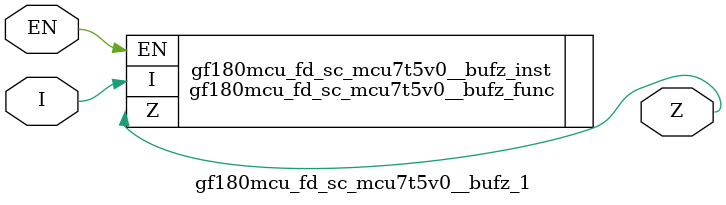
<source format=v>

`ifndef GF180MCU_FD_SC_MCU7T5V0__BUFZ_1_V
`define GF180MCU_FD_SC_MCU7T5V0__BUFZ_1_V

`include "gf180mcu_fd_sc_mcu7t5v0__bufz.v"

`ifdef USE_POWER_PINS
module gf180mcu_fd_sc_mcu7t5v0__bufz_1( EN, I, Z, VDD, VSS );
inout VDD, VSS;
`else // If not USE_POWER_PINS
module gf180mcu_fd_sc_mcu7t5v0__bufz_1( EN, I, Z );
`endif // If not USE_POWER_PINS
input EN, I;
output Z;

`ifdef USE_POWER_PINS
  gf180mcu_fd_sc_mcu7t5v0__bufz_func gf180mcu_fd_sc_mcu7t5v0__bufz_inst(.EN(EN),.I(I),.Z(Z),.VDD(VDD),.VSS(VSS));
`else // If not USE_POWER_PINS
  gf180mcu_fd_sc_mcu7t5v0__bufz_func gf180mcu_fd_sc_mcu7t5v0__bufz_inst(.EN(EN),.I(I),.Z(Z));
`endif // If not USE_POWER_PINS

`ifndef FUNCTIONAL
	// spec_gates_begin


	// spec_gates_end



   specify

	// specify_block_begin

	// comb arc EN --> Z
	 (EN => Z) = (1.0,1.0);

	// comb arc I --> Z
	 (I => Z) = (1.0,1.0);

	// specify_block_end

   endspecify

   `endif

endmodule
`endif // GF180MCU_FD_SC_MCU7T5V0__BUFZ_1_V

</source>
